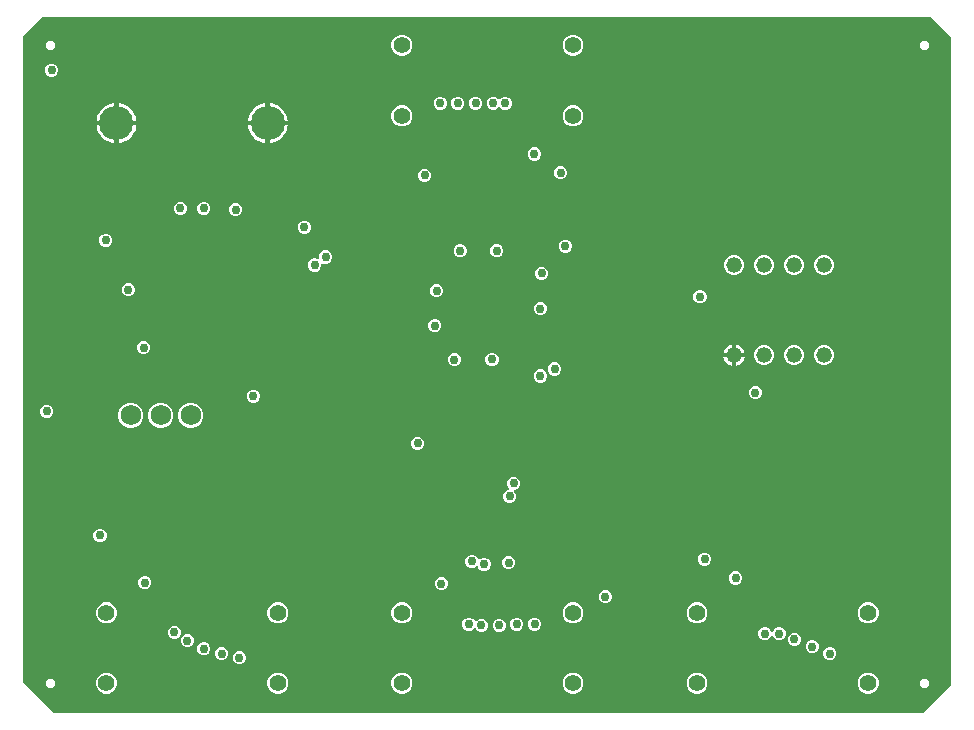
<source format=gbr>
G04 EAGLE Gerber RS-274X export*
G75*
%MOMM*%
%FSLAX34Y34*%
%LPD*%
%INCopper Layer 2*%
%IPPOS*%
%AMOC8*
5,1,8,0,0,1.08239X$1,22.5*%
G01*
%ADD10C,1.408000*%
%ADD11C,1.320800*%
%ADD12C,1.748000*%
%ADD13C,2.888000*%
%ADD14C,0.756400*%

G36*
X769117Y5059D02*
X769117Y5059D01*
X769234Y5071D01*
X769253Y5079D01*
X769273Y5082D01*
X769380Y5131D01*
X769489Y5176D01*
X769507Y5190D01*
X769524Y5198D01*
X769574Y5242D01*
X769677Y5323D01*
X792677Y28323D01*
X792700Y28352D01*
X792725Y28375D01*
X792763Y28436D01*
X792822Y28509D01*
X792830Y28527D01*
X792843Y28544D01*
X792859Y28589D01*
X792871Y28609D01*
X792886Y28661D01*
X792928Y28763D01*
X792931Y28786D01*
X792938Y28803D01*
X792941Y28862D01*
X792945Y28875D01*
X792945Y28892D01*
X792958Y29000D01*
X792958Y576000D01*
X792941Y576117D01*
X792929Y576234D01*
X792921Y576253D01*
X792918Y576273D01*
X792869Y576380D01*
X792824Y576489D01*
X792810Y576507D01*
X792802Y576524D01*
X792758Y576574D01*
X792677Y576677D01*
X775677Y593677D01*
X775583Y593748D01*
X775492Y593822D01*
X775473Y593830D01*
X775456Y593843D01*
X775345Y593883D01*
X775237Y593928D01*
X775214Y593931D01*
X775197Y593938D01*
X775129Y593942D01*
X775000Y593958D01*
X24000Y593958D01*
X23883Y593941D01*
X23766Y593929D01*
X23747Y593921D01*
X23727Y593918D01*
X23620Y593869D01*
X23511Y593824D01*
X23493Y593810D01*
X23476Y593802D01*
X23426Y593758D01*
X23323Y593677D01*
X7323Y577677D01*
X7305Y577654D01*
X7293Y577643D01*
X7272Y577610D01*
X7252Y577583D01*
X7178Y577492D01*
X7170Y577473D01*
X7157Y577456D01*
X7117Y577345D01*
X7072Y577237D01*
X7069Y577214D01*
X7062Y577197D01*
X7058Y577129D01*
X7042Y577000D01*
X7042Y31000D01*
X7059Y30883D01*
X7071Y30766D01*
X7079Y30747D01*
X7082Y30727D01*
X7131Y30620D01*
X7176Y30511D01*
X7190Y30493D01*
X7198Y30476D01*
X7242Y30426D01*
X7323Y30323D01*
X32323Y5323D01*
X32417Y5252D01*
X32509Y5178D01*
X32527Y5170D01*
X32544Y5157D01*
X32655Y5117D01*
X32763Y5072D01*
X32786Y5069D01*
X32803Y5062D01*
X32871Y5058D01*
X33000Y5042D01*
X769000Y5042D01*
X769117Y5059D01*
G37*
%LPC*%
G36*
X96008Y246081D02*
X96008Y246081D01*
X92142Y247683D01*
X89183Y250642D01*
X87581Y254508D01*
X87581Y258692D01*
X89183Y262558D01*
X92142Y265517D01*
X96008Y267119D01*
X100192Y267119D01*
X104058Y265517D01*
X107017Y262558D01*
X108619Y258692D01*
X108619Y254508D01*
X107017Y250642D01*
X104058Y247683D01*
X100192Y246081D01*
X96008Y246081D01*
G37*
%LPD*%
%LPC*%
G36*
X121408Y246081D02*
X121408Y246081D01*
X117542Y247683D01*
X114583Y250642D01*
X112981Y254508D01*
X112981Y258692D01*
X114583Y262558D01*
X117542Y265517D01*
X121408Y267119D01*
X125592Y267119D01*
X129458Y265517D01*
X132417Y262558D01*
X134019Y258692D01*
X134019Y254508D01*
X132417Y250642D01*
X129458Y247683D01*
X125592Y246081D01*
X121408Y246081D01*
G37*
%LPD*%
%LPC*%
G36*
X146808Y246081D02*
X146808Y246081D01*
X142942Y247683D01*
X139983Y250642D01*
X138381Y254508D01*
X138381Y258692D01*
X139983Y262558D01*
X142942Y265517D01*
X146808Y267119D01*
X150992Y267119D01*
X154858Y265517D01*
X157817Y262558D01*
X159419Y258692D01*
X159419Y254508D01*
X157817Y250642D01*
X154858Y247683D01*
X150992Y246081D01*
X146808Y246081D01*
G37*
%LPD*%
%LPC*%
G36*
X470746Y561181D02*
X470746Y561181D01*
X467505Y562524D01*
X465024Y565005D01*
X463681Y568246D01*
X463681Y571754D01*
X465024Y574995D01*
X467505Y577476D01*
X470746Y578819D01*
X474254Y578819D01*
X477495Y577476D01*
X479976Y574995D01*
X481319Y571754D01*
X481319Y568246D01*
X479976Y565005D01*
X477495Y562524D01*
X474254Y561181D01*
X470746Y561181D01*
G37*
%LPD*%
%LPC*%
G36*
X325746Y561181D02*
X325746Y561181D01*
X322505Y562524D01*
X320024Y565005D01*
X318681Y568246D01*
X318681Y571754D01*
X320024Y574995D01*
X322505Y577476D01*
X325746Y578819D01*
X329254Y578819D01*
X332495Y577476D01*
X334976Y574995D01*
X336319Y571754D01*
X336319Y568246D01*
X334976Y565005D01*
X332495Y562524D01*
X329254Y561181D01*
X325746Y561181D01*
G37*
%LPD*%
%LPC*%
G36*
X575746Y80781D02*
X575746Y80781D01*
X572505Y82124D01*
X570024Y84605D01*
X568681Y87846D01*
X568681Y91354D01*
X570024Y94595D01*
X572505Y97076D01*
X575746Y98419D01*
X579254Y98419D01*
X582495Y97076D01*
X584976Y94595D01*
X586319Y91354D01*
X586319Y87846D01*
X584976Y84605D01*
X582495Y82124D01*
X579254Y80781D01*
X575746Y80781D01*
G37*
%LPD*%
%LPC*%
G36*
X470746Y80781D02*
X470746Y80781D01*
X467505Y82124D01*
X465024Y84605D01*
X463681Y87846D01*
X463681Y91354D01*
X465024Y94595D01*
X467505Y97076D01*
X470746Y98419D01*
X474254Y98419D01*
X477495Y97076D01*
X479976Y94595D01*
X481319Y91354D01*
X481319Y87846D01*
X479976Y84605D01*
X477495Y82124D01*
X474254Y80781D01*
X470746Y80781D01*
G37*
%LPD*%
%LPC*%
G36*
X470746Y21181D02*
X470746Y21181D01*
X467505Y22524D01*
X465024Y25005D01*
X463681Y28246D01*
X463681Y31754D01*
X465024Y34995D01*
X467505Y37476D01*
X470746Y38819D01*
X474254Y38819D01*
X477495Y37476D01*
X479976Y34995D01*
X481319Y31754D01*
X481319Y28246D01*
X479976Y25005D01*
X477495Y22524D01*
X474254Y21181D01*
X470746Y21181D01*
G37*
%LPD*%
%LPC*%
G36*
X325746Y21181D02*
X325746Y21181D01*
X322505Y22524D01*
X320024Y25005D01*
X318681Y28246D01*
X318681Y31754D01*
X320024Y34995D01*
X322505Y37476D01*
X325746Y38819D01*
X329254Y38819D01*
X332495Y37476D01*
X334976Y34995D01*
X336319Y31754D01*
X336319Y28246D01*
X334976Y25005D01*
X332495Y22524D01*
X329254Y21181D01*
X325746Y21181D01*
G37*
%LPD*%
%LPC*%
G36*
X325746Y80781D02*
X325746Y80781D01*
X322505Y82124D01*
X320024Y84605D01*
X318681Y87846D01*
X318681Y91354D01*
X320024Y94595D01*
X322505Y97076D01*
X325746Y98419D01*
X329254Y98419D01*
X332495Y97076D01*
X334976Y94595D01*
X336319Y91354D01*
X336319Y87846D01*
X334976Y84605D01*
X332495Y82124D01*
X329254Y80781D01*
X325746Y80781D01*
G37*
%LPD*%
%LPC*%
G36*
X220746Y80781D02*
X220746Y80781D01*
X217505Y82124D01*
X215024Y84605D01*
X213681Y87846D01*
X213681Y91354D01*
X215024Y94595D01*
X217505Y97076D01*
X220746Y98419D01*
X224254Y98419D01*
X227495Y97076D01*
X229976Y94595D01*
X231319Y91354D01*
X231319Y87846D01*
X229976Y84605D01*
X227495Y82124D01*
X224254Y80781D01*
X220746Y80781D01*
G37*
%LPD*%
%LPC*%
G36*
X75746Y80781D02*
X75746Y80781D01*
X72505Y82124D01*
X70024Y84605D01*
X68681Y87846D01*
X68681Y91354D01*
X70024Y94595D01*
X72505Y97076D01*
X75746Y98419D01*
X79254Y98419D01*
X82495Y97076D01*
X84976Y94595D01*
X86319Y91354D01*
X86319Y87846D01*
X84976Y84605D01*
X82495Y82124D01*
X79254Y80781D01*
X75746Y80781D01*
G37*
%LPD*%
%LPC*%
G36*
X720746Y21181D02*
X720746Y21181D01*
X717505Y22524D01*
X715024Y25005D01*
X713681Y28246D01*
X713681Y31754D01*
X715024Y34995D01*
X717505Y37476D01*
X720746Y38819D01*
X724254Y38819D01*
X727495Y37476D01*
X729976Y34995D01*
X731319Y31754D01*
X731319Y28246D01*
X729976Y25005D01*
X727495Y22524D01*
X724254Y21181D01*
X720746Y21181D01*
G37*
%LPD*%
%LPC*%
G36*
X470746Y501581D02*
X470746Y501581D01*
X467505Y502924D01*
X465024Y505405D01*
X463681Y508646D01*
X463681Y512154D01*
X465024Y515395D01*
X467505Y517876D01*
X470746Y519219D01*
X474254Y519219D01*
X477495Y517876D01*
X479976Y515395D01*
X481319Y512154D01*
X481319Y508646D01*
X479976Y505405D01*
X477495Y502924D01*
X474254Y501581D01*
X470746Y501581D01*
G37*
%LPD*%
%LPC*%
G36*
X325746Y501581D02*
X325746Y501581D01*
X322505Y502924D01*
X320024Y505405D01*
X318681Y508646D01*
X318681Y512154D01*
X320024Y515395D01*
X322505Y517876D01*
X325746Y519219D01*
X329254Y519219D01*
X332495Y517876D01*
X334976Y515395D01*
X336319Y512154D01*
X336319Y508646D01*
X334976Y505405D01*
X332495Y502924D01*
X329254Y501581D01*
X325746Y501581D01*
G37*
%LPD*%
%LPC*%
G36*
X75746Y21181D02*
X75746Y21181D01*
X72505Y22524D01*
X70024Y25005D01*
X68681Y28246D01*
X68681Y31754D01*
X70024Y34995D01*
X72505Y37476D01*
X75746Y38819D01*
X79254Y38819D01*
X82495Y37476D01*
X84976Y34995D01*
X86319Y31754D01*
X86319Y28246D01*
X84976Y25005D01*
X82495Y22524D01*
X79254Y21181D01*
X75746Y21181D01*
G37*
%LPD*%
%LPC*%
G36*
X220746Y21181D02*
X220746Y21181D01*
X217505Y22524D01*
X215024Y25005D01*
X213681Y28246D01*
X213681Y31754D01*
X215024Y34995D01*
X217505Y37476D01*
X220746Y38819D01*
X224254Y38819D01*
X227495Y37476D01*
X229976Y34995D01*
X231319Y31754D01*
X231319Y28246D01*
X229976Y25005D01*
X227495Y22524D01*
X224254Y21181D01*
X220746Y21181D01*
G37*
%LPD*%
%LPC*%
G36*
X575746Y21181D02*
X575746Y21181D01*
X572505Y22524D01*
X570024Y25005D01*
X568681Y28246D01*
X568681Y31754D01*
X570024Y34995D01*
X572505Y37476D01*
X575746Y38819D01*
X579254Y38819D01*
X582495Y37476D01*
X584976Y34995D01*
X586319Y31754D01*
X586319Y28246D01*
X584976Y25005D01*
X582495Y22524D01*
X579254Y21181D01*
X575746Y21181D01*
G37*
%LPD*%
%LPC*%
G36*
X720746Y80781D02*
X720746Y80781D01*
X717505Y82124D01*
X715024Y84605D01*
X713681Y87846D01*
X713681Y91354D01*
X715024Y94595D01*
X717505Y97076D01*
X720746Y98419D01*
X724254Y98419D01*
X727495Y97076D01*
X729976Y94595D01*
X731319Y91354D01*
X731319Y87846D01*
X729976Y84605D01*
X727495Y82124D01*
X724254Y80781D01*
X720746Y80781D01*
G37*
%LPD*%
%LPC*%
G36*
X657933Y299417D02*
X657933Y299417D01*
X654852Y300693D01*
X652493Y303052D01*
X651217Y306133D01*
X651217Y309467D01*
X652493Y312548D01*
X654852Y314907D01*
X657933Y316183D01*
X661267Y316183D01*
X664348Y314907D01*
X666707Y312548D01*
X667983Y309467D01*
X667983Y306133D01*
X666707Y303052D01*
X664348Y300693D01*
X661267Y299417D01*
X657933Y299417D01*
G37*
%LPD*%
%LPC*%
G36*
X607133Y375617D02*
X607133Y375617D01*
X604052Y376893D01*
X601693Y379252D01*
X600417Y382333D01*
X600417Y385667D01*
X601693Y388748D01*
X604052Y391107D01*
X607133Y392383D01*
X610467Y392383D01*
X613548Y391107D01*
X615907Y388748D01*
X617183Y385667D01*
X617183Y382333D01*
X615907Y379252D01*
X613548Y376893D01*
X610467Y375617D01*
X607133Y375617D01*
G37*
%LPD*%
%LPC*%
G36*
X683333Y375617D02*
X683333Y375617D01*
X680252Y376893D01*
X677893Y379252D01*
X676617Y382333D01*
X676617Y385667D01*
X677893Y388748D01*
X680252Y391107D01*
X683333Y392383D01*
X686667Y392383D01*
X689748Y391107D01*
X692107Y388748D01*
X693383Y385667D01*
X693383Y382333D01*
X692107Y379252D01*
X689748Y376893D01*
X686667Y375617D01*
X683333Y375617D01*
G37*
%LPD*%
%LPC*%
G36*
X657933Y375617D02*
X657933Y375617D01*
X654852Y376893D01*
X652493Y379252D01*
X651217Y382333D01*
X651217Y385667D01*
X652493Y388748D01*
X654852Y391107D01*
X657933Y392383D01*
X661267Y392383D01*
X664348Y391107D01*
X666707Y388748D01*
X667983Y385667D01*
X667983Y382333D01*
X666707Y379252D01*
X664348Y376893D01*
X661267Y375617D01*
X657933Y375617D01*
G37*
%LPD*%
%LPC*%
G36*
X632533Y375617D02*
X632533Y375617D01*
X629452Y376893D01*
X627093Y379252D01*
X625817Y382333D01*
X625817Y385667D01*
X627093Y388748D01*
X629452Y391107D01*
X632533Y392383D01*
X635867Y392383D01*
X638948Y391107D01*
X641307Y388748D01*
X642583Y385667D01*
X642583Y382333D01*
X641307Y379252D01*
X638948Y376893D01*
X635867Y375617D01*
X632533Y375617D01*
G37*
%LPD*%
%LPC*%
G36*
X683333Y299417D02*
X683333Y299417D01*
X680252Y300693D01*
X677893Y303052D01*
X676617Y306133D01*
X676617Y309467D01*
X677893Y312548D01*
X680252Y314907D01*
X683333Y316183D01*
X686667Y316183D01*
X689748Y314907D01*
X692107Y312548D01*
X693383Y309467D01*
X693383Y306133D01*
X692107Y303052D01*
X689748Y300693D01*
X686667Y299417D01*
X683333Y299417D01*
G37*
%LPD*%
%LPC*%
G36*
X632533Y299417D02*
X632533Y299417D01*
X629452Y300693D01*
X627093Y303052D01*
X625817Y306133D01*
X625817Y309467D01*
X627093Y312548D01*
X629452Y314907D01*
X632533Y316183D01*
X635867Y316183D01*
X638948Y314907D01*
X641307Y312548D01*
X642583Y309467D01*
X642583Y306133D01*
X641307Y303052D01*
X638948Y300693D01*
X635867Y299417D01*
X632533Y299417D01*
G37*
%LPD*%
%LPC*%
G36*
X633894Y66439D02*
X633894Y66439D01*
X631850Y67286D01*
X630286Y68850D01*
X629439Y70894D01*
X629439Y73106D01*
X630286Y75150D01*
X631850Y76714D01*
X633894Y77561D01*
X636106Y77561D01*
X638150Y76714D01*
X639714Y75150D01*
X640115Y74183D01*
X640135Y74149D01*
X640148Y74111D01*
X640205Y74031D01*
X640256Y73945D01*
X640285Y73918D01*
X640308Y73886D01*
X640386Y73826D01*
X640459Y73758D01*
X640495Y73741D01*
X640526Y73717D01*
X640618Y73680D01*
X640707Y73637D01*
X640746Y73630D01*
X640783Y73616D01*
X640882Y73608D01*
X640980Y73591D01*
X641019Y73596D01*
X641058Y73593D01*
X641155Y73613D01*
X641254Y73625D01*
X641290Y73641D01*
X641329Y73649D01*
X641416Y73696D01*
X641507Y73736D01*
X641537Y73762D01*
X641572Y73780D01*
X641642Y73850D01*
X641718Y73914D01*
X641739Y73947D01*
X641767Y73975D01*
X641832Y74089D01*
X641869Y74145D01*
X641874Y74163D01*
X641885Y74183D01*
X642286Y75150D01*
X643850Y76714D01*
X645894Y77561D01*
X648106Y77561D01*
X650150Y76714D01*
X651714Y75150D01*
X652561Y73106D01*
X652561Y70894D01*
X651714Y68850D01*
X650150Y67286D01*
X648106Y66439D01*
X645894Y66439D01*
X643850Y67286D01*
X642286Y68850D01*
X641885Y69817D01*
X641865Y69851D01*
X641852Y69889D01*
X641794Y69970D01*
X641744Y70055D01*
X641715Y70081D01*
X641692Y70114D01*
X641613Y70175D01*
X641541Y70242D01*
X641505Y70259D01*
X641474Y70283D01*
X641382Y70319D01*
X641293Y70363D01*
X641254Y70370D01*
X641217Y70384D01*
X641118Y70392D01*
X641020Y70409D01*
X640981Y70404D01*
X640942Y70407D01*
X640845Y70387D01*
X640746Y70375D01*
X640710Y70359D01*
X640671Y70351D01*
X640584Y70304D01*
X640493Y70264D01*
X640463Y70238D01*
X640428Y70220D01*
X640358Y70150D01*
X640283Y70086D01*
X640261Y70053D01*
X640233Y70025D01*
X640168Y69911D01*
X640131Y69855D01*
X640126Y69837D01*
X640115Y69817D01*
X639714Y68850D01*
X638150Y67286D01*
X636106Y66439D01*
X633894Y66439D01*
G37*
%LPD*%
%LPC*%
G36*
X417682Y182651D02*
X417682Y182651D01*
X415639Y183497D01*
X414074Y185062D01*
X413228Y187105D01*
X413228Y189318D01*
X414074Y191361D01*
X415639Y192926D01*
X417697Y193778D01*
X417807Y193844D01*
X417918Y193907D01*
X417925Y193914D01*
X417934Y193920D01*
X418021Y194014D01*
X418109Y194106D01*
X418114Y194115D01*
X418121Y194123D01*
X418177Y194238D01*
X418236Y194351D01*
X418238Y194361D01*
X418242Y194371D01*
X418263Y194497D01*
X418287Y194623D01*
X418286Y194633D01*
X418288Y194643D01*
X418272Y194771D01*
X418259Y194897D01*
X418255Y194907D01*
X418254Y194917D01*
X418202Y195035D01*
X418154Y195153D01*
X418147Y195161D01*
X418143Y195170D01*
X418107Y195213D01*
X418007Y195341D01*
X417469Y195879D01*
X416622Y197923D01*
X416622Y200135D01*
X417469Y202179D01*
X419033Y203743D01*
X421077Y204590D01*
X423289Y204590D01*
X425333Y203743D01*
X426897Y202179D01*
X427744Y200135D01*
X427744Y197923D01*
X426897Y195879D01*
X425333Y194315D01*
X423275Y193463D01*
X423165Y193397D01*
X423054Y193334D01*
X423047Y193327D01*
X423038Y193321D01*
X422950Y193227D01*
X422862Y193135D01*
X422858Y193126D01*
X422851Y193118D01*
X422794Y193003D01*
X422736Y192889D01*
X422734Y192879D01*
X422729Y192870D01*
X422708Y192744D01*
X422684Y192618D01*
X422685Y192608D01*
X422684Y192598D01*
X422700Y192470D01*
X422713Y192343D01*
X422716Y192334D01*
X422718Y192324D01*
X422769Y192206D01*
X422818Y192088D01*
X422825Y192079D01*
X422828Y192071D01*
X422865Y192028D01*
X422964Y191900D01*
X423503Y191361D01*
X424349Y189318D01*
X424349Y187105D01*
X423503Y185062D01*
X421938Y183497D01*
X419895Y182651D01*
X417682Y182651D01*
G37*
%LPD*%
%LPC*%
G36*
X252894Y378439D02*
X252894Y378439D01*
X250850Y379286D01*
X249286Y380850D01*
X248439Y382894D01*
X248439Y385106D01*
X249286Y387150D01*
X250850Y388714D01*
X252894Y389561D01*
X255106Y389561D01*
X256115Y389143D01*
X256238Y389112D01*
X256362Y389078D01*
X256372Y389078D01*
X256382Y389075D01*
X256510Y389080D01*
X256638Y389083D01*
X256648Y389086D01*
X256658Y389087D01*
X256780Y389128D01*
X256901Y389167D01*
X256910Y389173D01*
X256919Y389176D01*
X257023Y389250D01*
X257129Y389323D01*
X257136Y389331D01*
X257144Y389336D01*
X257223Y389437D01*
X257304Y389537D01*
X257308Y389546D01*
X257314Y389554D01*
X257361Y389674D01*
X257410Y389792D01*
X257411Y389803D01*
X257414Y389811D01*
X257419Y389868D01*
X257439Y390028D01*
X257439Y391908D01*
X258286Y393952D01*
X259850Y395516D01*
X261894Y396363D01*
X264106Y396363D01*
X266150Y395516D01*
X267714Y393952D01*
X268561Y391908D01*
X268561Y389696D01*
X267714Y387652D01*
X266150Y386088D01*
X264106Y385241D01*
X261894Y385241D01*
X260885Y385659D01*
X260762Y385690D01*
X260638Y385724D01*
X260628Y385724D01*
X260618Y385727D01*
X260490Y385722D01*
X260362Y385719D01*
X260352Y385716D01*
X260342Y385715D01*
X260220Y385674D01*
X260099Y385635D01*
X260090Y385629D01*
X260081Y385626D01*
X259977Y385552D01*
X259871Y385479D01*
X259864Y385471D01*
X259856Y385466D01*
X259777Y385365D01*
X259696Y385265D01*
X259692Y385256D01*
X259686Y385248D01*
X259639Y385128D01*
X259590Y385010D01*
X259589Y384999D01*
X259586Y384991D01*
X259581Y384934D01*
X259561Y384774D01*
X259561Y382894D01*
X258714Y380850D01*
X257150Y379286D01*
X255106Y378439D01*
X252894Y378439D01*
G37*
%LPD*%
%LPC*%
G36*
X393894Y73439D02*
X393894Y73439D01*
X391850Y74286D01*
X390286Y75850D01*
X390228Y75989D01*
X390163Y76099D01*
X390100Y76210D01*
X390092Y76217D01*
X390087Y76226D01*
X389993Y76313D01*
X389901Y76401D01*
X389892Y76406D01*
X389884Y76413D01*
X389768Y76469D01*
X389655Y76528D01*
X389645Y76530D01*
X389636Y76534D01*
X389509Y76555D01*
X389384Y76579D01*
X389374Y76578D01*
X389364Y76580D01*
X389237Y76564D01*
X389109Y76551D01*
X389100Y76547D01*
X389090Y76546D01*
X388972Y76495D01*
X388854Y76446D01*
X388845Y76439D01*
X388837Y76435D01*
X388793Y76399D01*
X388666Y76299D01*
X387652Y75286D01*
X385608Y74439D01*
X383396Y74439D01*
X381352Y75286D01*
X379788Y76850D01*
X378942Y78894D01*
X378942Y81106D01*
X379788Y83150D01*
X381352Y84714D01*
X383396Y85561D01*
X385608Y85561D01*
X387652Y84714D01*
X389216Y83150D01*
X389274Y83011D01*
X389339Y82901D01*
X389403Y82790D01*
X389410Y82783D01*
X389415Y82774D01*
X389509Y82688D01*
X389602Y82599D01*
X389611Y82594D01*
X389618Y82587D01*
X389733Y82531D01*
X389847Y82472D01*
X389857Y82470D01*
X389866Y82466D01*
X389993Y82445D01*
X390118Y82421D01*
X390128Y82422D01*
X390139Y82420D01*
X390267Y82436D01*
X390393Y82449D01*
X390402Y82453D01*
X390413Y82454D01*
X390530Y82506D01*
X390648Y82554D01*
X390657Y82561D01*
X390666Y82565D01*
X390708Y82601D01*
X390836Y82701D01*
X391850Y83714D01*
X393894Y84561D01*
X396106Y84561D01*
X398150Y83714D01*
X399714Y82150D01*
X400561Y80106D01*
X400561Y77894D01*
X399714Y75850D01*
X398150Y74286D01*
X396106Y73439D01*
X393894Y73439D01*
G37*
%LPD*%
%LPC*%
G36*
X396105Y125228D02*
X396105Y125228D01*
X394062Y126074D01*
X392497Y127639D01*
X392169Y128431D01*
X392104Y128541D01*
X392040Y128653D01*
X392033Y128660D01*
X392028Y128669D01*
X391934Y128755D01*
X391841Y128844D01*
X391832Y128849D01*
X391825Y128856D01*
X391710Y128912D01*
X391596Y128971D01*
X391586Y128973D01*
X391576Y128977D01*
X391450Y128998D01*
X391324Y129022D01*
X391314Y129021D01*
X391304Y129023D01*
X391177Y129007D01*
X391050Y128994D01*
X391040Y128990D01*
X391030Y128989D01*
X390913Y128937D01*
X390795Y128889D01*
X390786Y128882D01*
X390777Y128878D01*
X390734Y128842D01*
X390606Y128742D01*
X390150Y128286D01*
X388106Y127439D01*
X385894Y127439D01*
X383850Y128286D01*
X382286Y129850D01*
X381439Y131894D01*
X381439Y134106D01*
X382286Y136150D01*
X383850Y137714D01*
X385894Y138561D01*
X388106Y138561D01*
X390150Y137714D01*
X391714Y136150D01*
X392043Y135357D01*
X392108Y135247D01*
X392171Y135136D01*
X392179Y135129D01*
X392184Y135120D01*
X392279Y135033D01*
X392370Y134944D01*
X392379Y134940D01*
X392387Y134933D01*
X392502Y134876D01*
X392616Y134818D01*
X392626Y134816D01*
X392635Y134811D01*
X392761Y134790D01*
X392887Y134766D01*
X392897Y134768D01*
X392907Y134766D01*
X393034Y134782D01*
X393162Y134795D01*
X393171Y134799D01*
X393181Y134800D01*
X393299Y134851D01*
X393417Y134900D01*
X393426Y134907D01*
X393434Y134911D01*
X393477Y134947D01*
X393605Y135046D01*
X394062Y135503D01*
X396105Y136349D01*
X398318Y136349D01*
X400361Y135503D01*
X401926Y133938D01*
X402772Y131895D01*
X402772Y129682D01*
X401926Y127639D01*
X400361Y126074D01*
X398318Y125228D01*
X396105Y125228D01*
G37*
%LPD*%
%LPC*%
G36*
X403894Y515439D02*
X403894Y515439D01*
X401850Y516286D01*
X400286Y517850D01*
X399439Y519894D01*
X399439Y522106D01*
X400286Y524150D01*
X401850Y525714D01*
X403894Y526561D01*
X406106Y526561D01*
X408150Y525714D01*
X409323Y524542D01*
X409386Y524494D01*
X409443Y524440D01*
X409496Y524412D01*
X409544Y524376D01*
X409618Y524349D01*
X409688Y524313D01*
X409747Y524302D01*
X409803Y524281D01*
X409882Y524276D01*
X409959Y524262D01*
X410019Y524268D01*
X410079Y524264D01*
X410155Y524282D01*
X410234Y524290D01*
X410289Y524313D01*
X410348Y524326D01*
X410416Y524365D01*
X410489Y524395D01*
X410543Y524437D01*
X410588Y524463D01*
X410624Y524500D01*
X410677Y524542D01*
X411850Y525714D01*
X413894Y526561D01*
X416106Y526561D01*
X418150Y525714D01*
X419714Y524150D01*
X420561Y522106D01*
X420561Y519894D01*
X419714Y517850D01*
X418150Y516286D01*
X416106Y515439D01*
X413894Y515439D01*
X411850Y516286D01*
X410677Y517458D01*
X410614Y517506D01*
X410557Y517560D01*
X410504Y517588D01*
X410456Y517624D01*
X410382Y517651D01*
X410312Y517687D01*
X410253Y517698D01*
X410197Y517719D01*
X410118Y517724D01*
X410041Y517738D01*
X409981Y517732D01*
X409921Y517736D01*
X409844Y517718D01*
X409766Y517710D01*
X409711Y517687D01*
X409652Y517674D01*
X409584Y517635D01*
X409511Y517605D01*
X409457Y517563D01*
X409412Y517537D01*
X409376Y517500D01*
X409323Y517458D01*
X408150Y516286D01*
X406106Y515439D01*
X403894Y515439D01*
G37*
%LPD*%
%LPC*%
G36*
X215917Y506117D02*
X215917Y506117D01*
X215917Y521075D01*
X217320Y520890D01*
X219470Y520314D01*
X221526Y519462D01*
X223454Y518349D01*
X225220Y516994D01*
X226794Y515420D01*
X228149Y513654D01*
X229262Y511726D01*
X230114Y509670D01*
X230690Y507520D01*
X230875Y506117D01*
X215917Y506117D01*
G37*
%LPD*%
%LPC*%
G36*
X87917Y506117D02*
X87917Y506117D01*
X87917Y521075D01*
X89320Y520890D01*
X91470Y520314D01*
X93526Y519462D01*
X95454Y518349D01*
X97220Y516994D01*
X98794Y515420D01*
X100149Y513654D01*
X101262Y511726D01*
X102114Y509670D01*
X102690Y507520D01*
X102875Y506117D01*
X87917Y506117D01*
G37*
%LPD*%
%LPC*%
G36*
X69125Y506117D02*
X69125Y506117D01*
X69310Y507520D01*
X69886Y509670D01*
X70738Y511726D01*
X71851Y513654D01*
X73206Y515420D01*
X74780Y516994D01*
X76546Y518349D01*
X78474Y519462D01*
X80530Y520314D01*
X82680Y520890D01*
X84083Y521075D01*
X84083Y506117D01*
X69125Y506117D01*
G37*
%LPD*%
%LPC*%
G36*
X87917Y502283D02*
X87917Y502283D01*
X102875Y502283D01*
X102690Y500880D01*
X102114Y498730D01*
X101262Y496674D01*
X100149Y494746D01*
X98794Y492980D01*
X97220Y491406D01*
X95454Y490051D01*
X93526Y488938D01*
X91470Y488086D01*
X89320Y487510D01*
X87917Y487325D01*
X87917Y502283D01*
G37*
%LPD*%
%LPC*%
G36*
X215917Y502283D02*
X215917Y502283D01*
X230875Y502283D01*
X230690Y500880D01*
X230114Y498730D01*
X229262Y496674D01*
X228149Y494746D01*
X226794Y492980D01*
X225220Y491406D01*
X223454Y490051D01*
X221526Y488938D01*
X219470Y488086D01*
X217320Y487510D01*
X215917Y487325D01*
X215917Y502283D01*
G37*
%LPD*%
%LPC*%
G36*
X197125Y506117D02*
X197125Y506117D01*
X197310Y507520D01*
X197886Y509670D01*
X198738Y511726D01*
X199851Y513654D01*
X201206Y515420D01*
X202780Y516994D01*
X204546Y518349D01*
X206474Y519462D01*
X208530Y520314D01*
X210680Y520890D01*
X212083Y521075D01*
X212083Y506117D01*
X197125Y506117D01*
G37*
%LPD*%
%LPC*%
G36*
X210680Y487510D02*
X210680Y487510D01*
X208530Y488086D01*
X206474Y488938D01*
X204546Y490051D01*
X202780Y491406D01*
X201206Y492980D01*
X199851Y494746D01*
X198738Y496674D01*
X197886Y498730D01*
X197310Y500880D01*
X197125Y502283D01*
X212083Y502283D01*
X212083Y487325D01*
X210680Y487510D01*
G37*
%LPD*%
%LPC*%
G36*
X82680Y487510D02*
X82680Y487510D01*
X80530Y488086D01*
X78474Y488938D01*
X76546Y490051D01*
X74780Y491406D01*
X73206Y492980D01*
X71851Y494746D01*
X70738Y496674D01*
X69886Y498730D01*
X69310Y500880D01*
X69125Y502283D01*
X84083Y502283D01*
X84083Y487325D01*
X82680Y487510D01*
G37*
%LPD*%
%LPC*%
G36*
X133894Y67439D02*
X133894Y67439D01*
X131850Y68286D01*
X130286Y69850D01*
X129439Y71894D01*
X129439Y74106D01*
X130286Y76150D01*
X131850Y77714D01*
X133894Y78561D01*
X136106Y78561D01*
X138150Y77714D01*
X139714Y76150D01*
X140561Y74106D01*
X140561Y71894D01*
X139951Y70422D01*
X139929Y70336D01*
X139898Y70252D01*
X139895Y70202D01*
X139883Y70154D01*
X139887Y70065D01*
X139881Y69976D01*
X139892Y69928D01*
X139894Y69878D01*
X139900Y69862D01*
X139884Y69855D01*
X139835Y69845D01*
X139757Y69803D01*
X139675Y69769D01*
X139631Y69734D01*
X139592Y69714D01*
X139551Y69672D01*
X139486Y69622D01*
X138150Y68286D01*
X136106Y67439D01*
X133894Y67439D01*
G37*
%LPD*%
%LPC*%
G36*
X144894Y60439D02*
X144894Y60439D01*
X142850Y61286D01*
X141286Y62850D01*
X140439Y64894D01*
X140439Y67106D01*
X141049Y68578D01*
X141071Y68664D01*
X141102Y68748D01*
X141105Y68798D01*
X141117Y68846D01*
X141113Y68935D01*
X141119Y69024D01*
X141108Y69072D01*
X141106Y69122D01*
X141100Y69138D01*
X141116Y69145D01*
X141165Y69155D01*
X141243Y69197D01*
X141325Y69231D01*
X141369Y69266D01*
X141408Y69286D01*
X141449Y69328D01*
X141514Y69378D01*
X142850Y70714D01*
X144894Y71561D01*
X147106Y71561D01*
X149150Y70714D01*
X150714Y69150D01*
X151561Y67106D01*
X151561Y64894D01*
X150714Y62850D01*
X149150Y61286D01*
X147106Y60439D01*
X144894Y60439D01*
G37*
%LPD*%
%LPC*%
G36*
X688894Y49439D02*
X688894Y49439D01*
X686850Y50286D01*
X685286Y51850D01*
X684439Y53894D01*
X684439Y56106D01*
X685286Y58150D01*
X686850Y59714D01*
X688894Y60561D01*
X691106Y60561D01*
X693150Y59714D01*
X694714Y58150D01*
X695561Y56106D01*
X695561Y53894D01*
X694714Y51850D01*
X693150Y50286D01*
X691106Y49439D01*
X688894Y49439D01*
G37*
%LPD*%
%LPC*%
G36*
X578894Y351439D02*
X578894Y351439D01*
X576850Y352286D01*
X575286Y353850D01*
X574439Y355894D01*
X574439Y358106D01*
X575286Y360150D01*
X576850Y361714D01*
X578894Y362561D01*
X581106Y362561D01*
X583150Y361714D01*
X584714Y360150D01*
X585561Y358106D01*
X585561Y355894D01*
X584714Y353850D01*
X583150Y352286D01*
X581106Y351439D01*
X578894Y351439D01*
G37*
%LPD*%
%LPC*%
G36*
X673894Y55439D02*
X673894Y55439D01*
X671850Y56286D01*
X670286Y57850D01*
X669439Y59894D01*
X669439Y62106D01*
X670286Y64150D01*
X671850Y65714D01*
X673894Y66561D01*
X676106Y66561D01*
X678150Y65714D01*
X679714Y64150D01*
X680561Y62106D01*
X680561Y59894D01*
X679714Y57850D01*
X678150Y56286D01*
X676106Y55439D01*
X673894Y55439D01*
G37*
%LPD*%
%LPC*%
G36*
X443894Y284439D02*
X443894Y284439D01*
X441850Y285286D01*
X440286Y286850D01*
X439439Y288894D01*
X439439Y291106D01*
X440286Y293150D01*
X441850Y294714D01*
X443894Y295561D01*
X446106Y295561D01*
X448150Y294714D01*
X449714Y293150D01*
X450561Y291106D01*
X450561Y288894D01*
X449714Y286850D01*
X448150Y285286D01*
X446106Y284439D01*
X443894Y284439D01*
G37*
%LPD*%
%LPC*%
G36*
X658894Y61439D02*
X658894Y61439D01*
X656850Y62286D01*
X655286Y63850D01*
X654439Y65894D01*
X654439Y68106D01*
X655286Y70150D01*
X656850Y71714D01*
X658894Y72561D01*
X661106Y72561D01*
X663150Y71714D01*
X664714Y70150D01*
X665561Y68106D01*
X665561Y65894D01*
X664714Y63850D01*
X663150Y62286D01*
X661106Y61439D01*
X658894Y61439D01*
G37*
%LPD*%
%LPC*%
G36*
X188894Y45799D02*
X188894Y45799D01*
X186850Y46646D01*
X185286Y48210D01*
X184439Y50254D01*
X184439Y52466D01*
X185286Y54510D01*
X186850Y56074D01*
X188894Y56920D01*
X191106Y56920D01*
X193150Y56074D01*
X194714Y54510D01*
X195561Y52466D01*
X195561Y50254D01*
X194714Y48210D01*
X193150Y46646D01*
X191106Y45799D01*
X188894Y45799D01*
G37*
%LPD*%
%LPC*%
G36*
X158894Y426439D02*
X158894Y426439D01*
X156850Y427286D01*
X155286Y428850D01*
X154439Y430894D01*
X154439Y433106D01*
X155286Y435150D01*
X156850Y436714D01*
X158894Y437561D01*
X161106Y437561D01*
X163150Y436714D01*
X164714Y435150D01*
X165561Y433106D01*
X165561Y430894D01*
X164714Y428850D01*
X163150Y427286D01*
X161106Y426439D01*
X158894Y426439D01*
G37*
%LPD*%
%LPC*%
G36*
X29894Y543439D02*
X29894Y543439D01*
X27850Y544286D01*
X26286Y545850D01*
X25439Y547894D01*
X25439Y550106D01*
X26286Y552150D01*
X27850Y553714D01*
X29894Y554561D01*
X32106Y554561D01*
X34150Y553714D01*
X35714Y552150D01*
X36561Y550106D01*
X36561Y547894D01*
X35714Y545850D01*
X34150Y544286D01*
X32106Y543439D01*
X29894Y543439D01*
G37*
%LPD*%
%LPC*%
G36*
X388894Y515439D02*
X388894Y515439D01*
X386850Y516286D01*
X385286Y517850D01*
X384439Y519894D01*
X384439Y522106D01*
X385286Y524150D01*
X386850Y525714D01*
X388894Y526561D01*
X391106Y526561D01*
X393150Y525714D01*
X394714Y524150D01*
X395561Y522106D01*
X395561Y519894D01*
X394714Y517850D01*
X393150Y516286D01*
X391106Y515439D01*
X388894Y515439D01*
G37*
%LPD*%
%LPC*%
G36*
X373894Y515439D02*
X373894Y515439D01*
X371850Y516286D01*
X370286Y517850D01*
X369439Y519894D01*
X369439Y522106D01*
X370286Y524150D01*
X371850Y525714D01*
X373894Y526561D01*
X376106Y526561D01*
X378150Y525714D01*
X379714Y524150D01*
X380561Y522106D01*
X380561Y519894D01*
X379714Y517850D01*
X378150Y516286D01*
X376106Y515439D01*
X373894Y515439D01*
G37*
%LPD*%
%LPC*%
G36*
X358894Y515439D02*
X358894Y515439D01*
X356850Y516286D01*
X355286Y517850D01*
X354439Y519894D01*
X354439Y522106D01*
X355286Y524150D01*
X356850Y525714D01*
X358894Y526561D01*
X361106Y526561D01*
X363150Y525714D01*
X364714Y524150D01*
X365561Y522106D01*
X365561Y519894D01*
X364714Y517850D01*
X363150Y516286D01*
X361106Y515439D01*
X358894Y515439D01*
G37*
%LPD*%
%LPC*%
G36*
X94894Y357439D02*
X94894Y357439D01*
X92850Y358286D01*
X91286Y359850D01*
X90439Y361894D01*
X90439Y364106D01*
X91286Y366150D01*
X92850Y367714D01*
X94894Y368561D01*
X97106Y368561D01*
X99150Y367714D01*
X100714Y366150D01*
X101561Y364106D01*
X101561Y361894D01*
X100714Y359850D01*
X99150Y358286D01*
X97106Y357439D01*
X94894Y357439D01*
G37*
%LPD*%
%LPC*%
G36*
X455894Y290439D02*
X455894Y290439D01*
X453850Y291286D01*
X452286Y292850D01*
X451439Y294894D01*
X451439Y297106D01*
X452286Y299150D01*
X453850Y300714D01*
X455894Y301561D01*
X458106Y301561D01*
X460150Y300714D01*
X461714Y299150D01*
X462561Y297106D01*
X462561Y294894D01*
X461714Y292850D01*
X460150Y291286D01*
X458106Y290439D01*
X455894Y290439D01*
G37*
%LPD*%
%LPC*%
G36*
X370894Y298439D02*
X370894Y298439D01*
X368850Y299286D01*
X367286Y300850D01*
X366439Y302894D01*
X366439Y305106D01*
X367286Y307150D01*
X368850Y308714D01*
X370894Y309561D01*
X373106Y309561D01*
X375150Y308714D01*
X376714Y307150D01*
X377561Y305106D01*
X377561Y302894D01*
X376714Y300850D01*
X375150Y299286D01*
X373106Y298439D01*
X370894Y298439D01*
G37*
%LPD*%
%LPC*%
G36*
X625894Y270439D02*
X625894Y270439D01*
X623850Y271286D01*
X622286Y272850D01*
X621439Y274894D01*
X621439Y277106D01*
X622286Y279150D01*
X623850Y280714D01*
X625894Y281561D01*
X628106Y281561D01*
X630150Y280714D01*
X631714Y279150D01*
X632561Y277106D01*
X632561Y274894D01*
X631714Y272850D01*
X630150Y271286D01*
X628106Y270439D01*
X625894Y270439D01*
G37*
%LPD*%
%LPC*%
G36*
X200894Y267439D02*
X200894Y267439D01*
X198850Y268286D01*
X197286Y269850D01*
X196439Y271894D01*
X196439Y274106D01*
X197286Y276150D01*
X198850Y277714D01*
X200894Y278561D01*
X203106Y278561D01*
X205150Y277714D01*
X206714Y276150D01*
X207561Y274106D01*
X207561Y271894D01*
X206714Y269850D01*
X205150Y268286D01*
X203106Y267439D01*
X200894Y267439D01*
G37*
%LPD*%
%LPC*%
G36*
X460894Y456439D02*
X460894Y456439D01*
X458850Y457286D01*
X457286Y458850D01*
X456439Y460894D01*
X456439Y463106D01*
X457286Y465150D01*
X458850Y466714D01*
X460894Y467561D01*
X463106Y467561D01*
X465150Y466714D01*
X466714Y465150D01*
X467561Y463106D01*
X467561Y460894D01*
X466714Y458850D01*
X465150Y457286D01*
X463106Y456439D01*
X460894Y456439D01*
G37*
%LPD*%
%LPC*%
G36*
X438645Y472439D02*
X438645Y472439D01*
X436601Y473286D01*
X435037Y474850D01*
X434190Y476894D01*
X434190Y479106D01*
X435037Y481150D01*
X436601Y482714D01*
X438645Y483561D01*
X440857Y483561D01*
X442901Y482714D01*
X444465Y481150D01*
X445312Y479106D01*
X445312Y476894D01*
X444465Y474850D01*
X442901Y473286D01*
X440857Y472439D01*
X438645Y472439D01*
G37*
%LPD*%
%LPC*%
G36*
X107894Y308439D02*
X107894Y308439D01*
X105850Y309286D01*
X104286Y310850D01*
X103439Y312894D01*
X103439Y315106D01*
X104286Y317150D01*
X105850Y318714D01*
X107894Y319561D01*
X110106Y319561D01*
X112150Y318714D01*
X113714Y317150D01*
X114561Y315106D01*
X114561Y312894D01*
X113714Y310850D01*
X112150Y309286D01*
X110106Y308439D01*
X107894Y308439D01*
G37*
%LPD*%
%LPC*%
G36*
X25894Y254439D02*
X25894Y254439D01*
X23850Y255286D01*
X22286Y256850D01*
X21439Y258894D01*
X21439Y261106D01*
X22286Y263150D01*
X23850Y264714D01*
X25894Y265561D01*
X28106Y265561D01*
X30150Y264714D01*
X31714Y263150D01*
X32561Y261106D01*
X32561Y258894D01*
X31714Y256850D01*
X30150Y255286D01*
X28106Y254439D01*
X25894Y254439D01*
G37*
%LPD*%
%LPC*%
G36*
X339894Y227439D02*
X339894Y227439D01*
X337850Y228286D01*
X336286Y229850D01*
X335439Y231894D01*
X335439Y234106D01*
X336286Y236150D01*
X337850Y237714D01*
X339894Y238561D01*
X342106Y238561D01*
X344150Y237714D01*
X345714Y236150D01*
X346561Y234106D01*
X346561Y231894D01*
X345714Y229850D01*
X344150Y228286D01*
X342106Y227439D01*
X339894Y227439D01*
G37*
%LPD*%
%LPC*%
G36*
X354420Y327039D02*
X354420Y327039D01*
X352376Y327886D01*
X350812Y329450D01*
X349965Y331494D01*
X349965Y333706D01*
X350812Y335750D01*
X352376Y337314D01*
X354420Y338161D01*
X356632Y338161D01*
X358676Y337314D01*
X360240Y335750D01*
X361087Y333706D01*
X361087Y331494D01*
X360240Y329450D01*
X358676Y327886D01*
X356632Y327039D01*
X354420Y327039D01*
G37*
%LPD*%
%LPC*%
G36*
X70894Y149439D02*
X70894Y149439D01*
X68850Y150286D01*
X67286Y151850D01*
X66439Y153894D01*
X66439Y156106D01*
X67286Y158150D01*
X68850Y159714D01*
X70894Y160561D01*
X73106Y160561D01*
X75150Y159714D01*
X76714Y158150D01*
X77561Y156106D01*
X77561Y153894D01*
X76714Y151850D01*
X75150Y150286D01*
X73106Y149439D01*
X70894Y149439D01*
G37*
%LPD*%
%LPC*%
G36*
X582894Y129439D02*
X582894Y129439D01*
X580850Y130286D01*
X579286Y131850D01*
X578439Y133894D01*
X578439Y136106D01*
X579286Y138150D01*
X580850Y139714D01*
X582894Y140561D01*
X585106Y140561D01*
X587150Y139714D01*
X588714Y138150D01*
X589561Y136106D01*
X589561Y133894D01*
X588714Y131850D01*
X587150Y130286D01*
X585106Y129439D01*
X582894Y129439D01*
G37*
%LPD*%
%LPC*%
G36*
X443864Y341469D02*
X443864Y341469D01*
X441820Y342316D01*
X440256Y343880D01*
X439409Y345924D01*
X439409Y348136D01*
X440256Y350180D01*
X441820Y351744D01*
X443864Y352591D01*
X446076Y352591D01*
X448120Y351744D01*
X449684Y350180D01*
X450531Y348136D01*
X450531Y345924D01*
X449684Y343880D01*
X448120Y342316D01*
X446076Y341469D01*
X443864Y341469D01*
G37*
%LPD*%
%LPC*%
G36*
X416894Y126439D02*
X416894Y126439D01*
X414850Y127286D01*
X413286Y128850D01*
X412439Y130894D01*
X412439Y133106D01*
X413286Y135150D01*
X414850Y136714D01*
X416894Y137561D01*
X419106Y137561D01*
X421150Y136714D01*
X422714Y135150D01*
X423561Y133106D01*
X423561Y130894D01*
X422714Y128850D01*
X421150Y127286D01*
X419106Y126439D01*
X416894Y126439D01*
G37*
%LPD*%
%LPC*%
G36*
X609143Y113439D02*
X609143Y113439D01*
X607099Y114286D01*
X605535Y115850D01*
X604688Y117894D01*
X604688Y120106D01*
X605535Y122150D01*
X607099Y123714D01*
X609143Y124561D01*
X611355Y124561D01*
X613399Y123714D01*
X614963Y122150D01*
X615810Y120106D01*
X615810Y117894D01*
X614963Y115850D01*
X613399Y114286D01*
X611355Y113439D01*
X609143Y113439D01*
G37*
%LPD*%
%LPC*%
G36*
X108894Y109439D02*
X108894Y109439D01*
X106850Y110286D01*
X105286Y111850D01*
X104439Y113894D01*
X104439Y116106D01*
X105286Y118150D01*
X106850Y119714D01*
X108894Y120561D01*
X111106Y120561D01*
X113150Y119714D01*
X114714Y118150D01*
X115561Y116106D01*
X115561Y113894D01*
X114714Y111850D01*
X113150Y110286D01*
X111106Y109439D01*
X108894Y109439D01*
G37*
%LPD*%
%LPC*%
G36*
X359878Y108688D02*
X359878Y108688D01*
X357834Y109535D01*
X356270Y111099D01*
X355423Y113143D01*
X355423Y115355D01*
X356270Y117399D01*
X357834Y118963D01*
X359878Y119810D01*
X362090Y119810D01*
X364134Y118963D01*
X365698Y117399D01*
X366545Y115355D01*
X366545Y113143D01*
X365698Y111099D01*
X364134Y109535D01*
X362090Y108688D01*
X359878Y108688D01*
G37*
%LPD*%
%LPC*%
G36*
X498894Y97439D02*
X498894Y97439D01*
X496850Y98286D01*
X495286Y99850D01*
X494439Y101894D01*
X494439Y104106D01*
X495286Y106150D01*
X496850Y107714D01*
X498894Y108561D01*
X501106Y108561D01*
X503150Y107714D01*
X504714Y106150D01*
X505561Y104106D01*
X505561Y101894D01*
X504714Y99850D01*
X503150Y98286D01*
X501106Y97439D01*
X498894Y97439D01*
G37*
%LPD*%
%LPC*%
G36*
X356044Y356589D02*
X356044Y356589D01*
X354000Y357436D01*
X352436Y359000D01*
X351589Y361044D01*
X351589Y363256D01*
X352436Y365300D01*
X354000Y366864D01*
X356044Y367711D01*
X358256Y367711D01*
X360300Y366864D01*
X361864Y365300D01*
X362711Y363256D01*
X362711Y361044D01*
X361864Y359000D01*
X360300Y357436D01*
X358256Y356589D01*
X356044Y356589D01*
G37*
%LPD*%
%LPC*%
G36*
X345894Y454439D02*
X345894Y454439D01*
X343850Y455286D01*
X342286Y456850D01*
X341439Y458894D01*
X341439Y461106D01*
X342286Y463150D01*
X343850Y464714D01*
X345894Y465561D01*
X348106Y465561D01*
X350150Y464714D01*
X351714Y463150D01*
X352561Y461106D01*
X352561Y458894D01*
X351714Y456850D01*
X350150Y455286D01*
X348106Y454439D01*
X345894Y454439D01*
G37*
%LPD*%
%LPC*%
G36*
X444894Y371439D02*
X444894Y371439D01*
X442850Y372286D01*
X441286Y373850D01*
X440439Y375894D01*
X440439Y378106D01*
X441286Y380150D01*
X442850Y381714D01*
X444894Y382561D01*
X447106Y382561D01*
X449150Y381714D01*
X450714Y380150D01*
X451561Y378106D01*
X451561Y375894D01*
X450714Y373850D01*
X449150Y372286D01*
X447106Y371439D01*
X444894Y371439D01*
G37*
%LPD*%
%LPC*%
G36*
X375894Y390439D02*
X375894Y390439D01*
X373850Y391286D01*
X372286Y392850D01*
X371439Y394894D01*
X371439Y397106D01*
X372286Y399150D01*
X373850Y400714D01*
X375894Y401561D01*
X378106Y401561D01*
X380150Y400714D01*
X381714Y399150D01*
X382561Y397106D01*
X382561Y394894D01*
X381714Y392850D01*
X380150Y391286D01*
X378106Y390439D01*
X375894Y390439D01*
G37*
%LPD*%
%LPC*%
G36*
X406894Y390439D02*
X406894Y390439D01*
X404850Y391286D01*
X403286Y392850D01*
X402439Y394894D01*
X402439Y397106D01*
X403286Y399150D01*
X404850Y400714D01*
X406894Y401561D01*
X409106Y401561D01*
X411150Y400714D01*
X412714Y399150D01*
X413561Y397106D01*
X413561Y394894D01*
X412714Y392850D01*
X411150Y391286D01*
X409106Y390439D01*
X406894Y390439D01*
G37*
%LPD*%
%LPC*%
G36*
X464894Y394439D02*
X464894Y394439D01*
X462850Y395286D01*
X461286Y396850D01*
X460439Y398894D01*
X460439Y401106D01*
X461286Y403150D01*
X462850Y404714D01*
X464894Y405561D01*
X467106Y405561D01*
X469150Y404714D01*
X470714Y403150D01*
X471561Y401106D01*
X471561Y398894D01*
X470714Y396850D01*
X469150Y395286D01*
X467106Y394439D01*
X464894Y394439D01*
G37*
%LPD*%
%LPC*%
G36*
X438894Y74439D02*
X438894Y74439D01*
X436850Y75286D01*
X435286Y76850D01*
X434439Y78894D01*
X434439Y81106D01*
X435286Y83150D01*
X436850Y84714D01*
X438894Y85561D01*
X441106Y85561D01*
X443150Y84714D01*
X444714Y83150D01*
X445561Y81106D01*
X445561Y78894D01*
X444714Y76850D01*
X443150Y75286D01*
X441106Y74439D01*
X438894Y74439D01*
G37*
%LPD*%
%LPC*%
G36*
X423894Y74439D02*
X423894Y74439D01*
X421850Y75286D01*
X420286Y76850D01*
X419439Y78894D01*
X419439Y81106D01*
X420286Y83150D01*
X421850Y84714D01*
X423894Y85561D01*
X426106Y85561D01*
X428150Y84714D01*
X429714Y83150D01*
X430561Y81106D01*
X430561Y78894D01*
X429714Y76850D01*
X428150Y75286D01*
X426106Y74439D01*
X423894Y74439D01*
G37*
%LPD*%
%LPC*%
G36*
X75894Y399439D02*
X75894Y399439D01*
X73850Y400286D01*
X72286Y401850D01*
X71439Y403894D01*
X71439Y406106D01*
X72286Y408150D01*
X73850Y409714D01*
X75894Y410561D01*
X78106Y410561D01*
X80150Y409714D01*
X81714Y408150D01*
X82561Y406106D01*
X82561Y403894D01*
X81714Y401850D01*
X80150Y400286D01*
X78106Y399439D01*
X75894Y399439D01*
G37*
%LPD*%
%LPC*%
G36*
X408894Y73439D02*
X408894Y73439D01*
X406850Y74286D01*
X405286Y75850D01*
X404439Y77894D01*
X404439Y80106D01*
X405286Y82150D01*
X406850Y83714D01*
X408894Y84561D01*
X411106Y84561D01*
X413150Y83714D01*
X414714Y82150D01*
X415561Y80106D01*
X415561Y77894D01*
X414714Y75850D01*
X413150Y74286D01*
X411106Y73439D01*
X408894Y73439D01*
G37*
%LPD*%
%LPC*%
G36*
X243894Y410439D02*
X243894Y410439D01*
X241850Y411286D01*
X240286Y412850D01*
X239439Y414894D01*
X239439Y417106D01*
X240286Y419150D01*
X241850Y420714D01*
X243894Y421561D01*
X246106Y421561D01*
X248150Y420714D01*
X249714Y419150D01*
X250561Y417106D01*
X250561Y414894D01*
X249714Y412850D01*
X248150Y411286D01*
X246106Y410439D01*
X243894Y410439D01*
G37*
%LPD*%
%LPC*%
G36*
X185894Y425439D02*
X185894Y425439D01*
X183850Y426286D01*
X182286Y427850D01*
X181439Y429894D01*
X181439Y432106D01*
X182286Y434150D01*
X183850Y435714D01*
X185894Y436561D01*
X188106Y436561D01*
X190150Y435714D01*
X191714Y434150D01*
X192561Y432106D01*
X192561Y429894D01*
X191714Y427850D01*
X190150Y426286D01*
X188106Y425439D01*
X185894Y425439D01*
G37*
%LPD*%
%LPC*%
G36*
X138894Y426439D02*
X138894Y426439D01*
X136850Y427286D01*
X135286Y428850D01*
X134439Y430894D01*
X134439Y433106D01*
X135286Y435150D01*
X136850Y436714D01*
X138894Y437561D01*
X141106Y437561D01*
X143150Y436714D01*
X144714Y435150D01*
X145561Y433106D01*
X145561Y430894D01*
X144714Y428850D01*
X143150Y427286D01*
X141106Y426439D01*
X138894Y426439D01*
G37*
%LPD*%
%LPC*%
G36*
X402864Y298469D02*
X402864Y298469D01*
X400820Y299316D01*
X399256Y300880D01*
X398409Y302924D01*
X398409Y305136D01*
X399256Y307180D01*
X400820Y308744D01*
X402864Y309591D01*
X405076Y309591D01*
X407120Y308744D01*
X408684Y307180D01*
X409531Y305136D01*
X409531Y302924D01*
X408684Y300880D01*
X407120Y299316D01*
X405076Y298469D01*
X402864Y298469D01*
G37*
%LPD*%
%LPC*%
G36*
X158894Y53439D02*
X158894Y53439D01*
X156850Y54286D01*
X155286Y55850D01*
X154439Y57894D01*
X154439Y60106D01*
X155286Y62150D01*
X156850Y63714D01*
X158894Y64561D01*
X161106Y64561D01*
X163150Y63714D01*
X164714Y62150D01*
X165561Y60106D01*
X165561Y57894D01*
X164714Y55850D01*
X163150Y54286D01*
X161106Y53439D01*
X158894Y53439D01*
G37*
%LPD*%
%LPC*%
G36*
X173894Y49495D02*
X173894Y49495D01*
X171850Y50341D01*
X170286Y51905D01*
X169439Y53949D01*
X169439Y56162D01*
X170286Y58205D01*
X171850Y59770D01*
X173894Y60616D01*
X176106Y60616D01*
X178150Y59770D01*
X179714Y58205D01*
X180561Y56162D01*
X180561Y53949D01*
X179714Y51905D01*
X178150Y50341D01*
X176106Y49495D01*
X173894Y49495D01*
G37*
%LPD*%
%LPC*%
G36*
X768446Y566249D02*
X768446Y566249D01*
X766249Y568446D01*
X766249Y571554D01*
X768446Y573751D01*
X771554Y573751D01*
X773751Y571554D01*
X773751Y568446D01*
X771554Y566249D01*
X768446Y566249D01*
G37*
%LPD*%
%LPC*%
G36*
X28446Y566249D02*
X28446Y566249D01*
X26249Y568446D01*
X26249Y571554D01*
X28446Y573751D01*
X31554Y573751D01*
X33751Y571554D01*
X33751Y568446D01*
X31554Y566249D01*
X28446Y566249D01*
G37*
%LPD*%
%LPC*%
G36*
X768446Y26249D02*
X768446Y26249D01*
X766249Y28446D01*
X766249Y31554D01*
X768446Y33751D01*
X771554Y33751D01*
X773751Y31554D01*
X773751Y28446D01*
X771554Y26249D01*
X768446Y26249D01*
G37*
%LPD*%
%LPC*%
G36*
X28446Y26249D02*
X28446Y26249D01*
X26249Y28446D01*
X26249Y31554D01*
X28446Y33751D01*
X31554Y33751D01*
X33751Y31554D01*
X33751Y28446D01*
X31554Y26249D01*
X28446Y26249D01*
G37*
%LPD*%
%LPC*%
G36*
X610717Y309717D02*
X610717Y309717D01*
X610717Y316743D01*
X611467Y316593D01*
X613132Y315904D01*
X614629Y314903D01*
X615903Y313629D01*
X616904Y312132D01*
X617593Y310467D01*
X617743Y309717D01*
X610717Y309717D01*
G37*
%LPD*%
%LPC*%
G36*
X599857Y309717D02*
X599857Y309717D01*
X600007Y310467D01*
X600696Y312132D01*
X601697Y313629D01*
X602971Y314903D01*
X604468Y315904D01*
X606133Y316593D01*
X606883Y316743D01*
X606883Y309717D01*
X599857Y309717D01*
G37*
%LPD*%
%LPC*%
G36*
X610717Y305883D02*
X610717Y305883D01*
X617743Y305883D01*
X617593Y305133D01*
X616904Y303468D01*
X615903Y301971D01*
X614629Y300697D01*
X613132Y299696D01*
X611467Y299007D01*
X610717Y298857D01*
X610717Y305883D01*
G37*
%LPD*%
%LPC*%
G36*
X606133Y299007D02*
X606133Y299007D01*
X604468Y299696D01*
X602971Y300697D01*
X601697Y301971D01*
X600696Y303468D01*
X600007Y305133D01*
X599857Y305883D01*
X606883Y305883D01*
X606883Y298857D01*
X606133Y299007D01*
G37*
%LPD*%
%LPC*%
G36*
X608799Y307799D02*
X608799Y307799D01*
X608799Y307801D01*
X608801Y307801D01*
X608801Y307799D01*
X608799Y307799D01*
G37*
%LPD*%
%LPC*%
G36*
X85999Y504199D02*
X85999Y504199D01*
X85999Y504201D01*
X86001Y504201D01*
X86001Y504199D01*
X85999Y504199D01*
G37*
%LPD*%
%LPC*%
G36*
X213999Y504199D02*
X213999Y504199D01*
X213999Y504201D01*
X214001Y504201D01*
X214001Y504199D01*
X213999Y504199D01*
G37*
%LPD*%
D10*
X577500Y89600D03*
X577500Y30000D03*
X722500Y89600D03*
X722500Y30000D03*
X472500Y510400D03*
X472500Y570000D03*
X327500Y510400D03*
X327500Y570000D03*
X77500Y89600D03*
X77500Y30000D03*
X222500Y89600D03*
X222500Y30000D03*
X327500Y89600D03*
X327500Y30000D03*
X472500Y89600D03*
X472500Y30000D03*
D11*
X685000Y307800D03*
X659600Y307800D03*
X659600Y384000D03*
X685000Y384000D03*
X634200Y307800D03*
X608800Y307800D03*
X634200Y384000D03*
X608800Y384000D03*
D12*
X148900Y256600D03*
X123500Y256600D03*
X98100Y256600D03*
D13*
X214000Y504200D03*
X86000Y504200D03*
D14*
X395000Y79000D03*
X146000Y66000D03*
X647000Y72000D03*
X405000Y521000D03*
X410000Y79000D03*
X160000Y59000D03*
X660000Y67000D03*
X390000Y521000D03*
X425000Y80000D03*
X175000Y55055D03*
X675000Y61000D03*
X375000Y521000D03*
X440000Y80000D03*
X190000Y51360D03*
X690000Y55000D03*
X360000Y521000D03*
X418788Y188212D03*
X387000Y133000D03*
X422183Y199029D03*
X397212Y130788D03*
X135000Y73000D03*
X384502Y80000D03*
X635000Y72000D03*
X415000Y521000D03*
X115000Y433000D03*
X115000Y80000D03*
X365000Y79000D03*
X615000Y80000D03*
X435000Y520000D03*
X438000Y363000D03*
X392000Y436249D03*
X355000Y377000D03*
X322000Y346000D03*
X329000Y308000D03*
X387031Y270000D03*
X417000Y271000D03*
X240000Y330000D03*
X204000Y357000D03*
X190000Y331000D03*
X108000Y349000D03*
X171000Y230000D03*
X178000Y426000D03*
X377000Y396000D03*
X408000Y396000D03*
X446000Y377000D03*
X444970Y347030D03*
X357150Y362150D03*
X355526Y332600D03*
X372000Y304000D03*
X403970Y304030D03*
X445000Y290000D03*
X457000Y296000D03*
X254000Y384000D03*
X96000Y363000D03*
X263000Y390802D03*
X109000Y314000D03*
X110000Y115000D03*
X439751Y478000D03*
X610249Y119000D03*
X360984Y114249D03*
X140000Y432000D03*
X160000Y432000D03*
X187000Y431000D03*
X31000Y549000D03*
X27000Y260000D03*
X77000Y405000D03*
X72000Y155000D03*
X202000Y273000D03*
X245000Y416000D03*
X347000Y460000D03*
X462000Y462000D03*
X466000Y400000D03*
X580000Y357000D03*
X627000Y276000D03*
X584000Y135000D03*
X500000Y103000D03*
X418000Y132000D03*
X341000Y233000D03*
M02*

</source>
